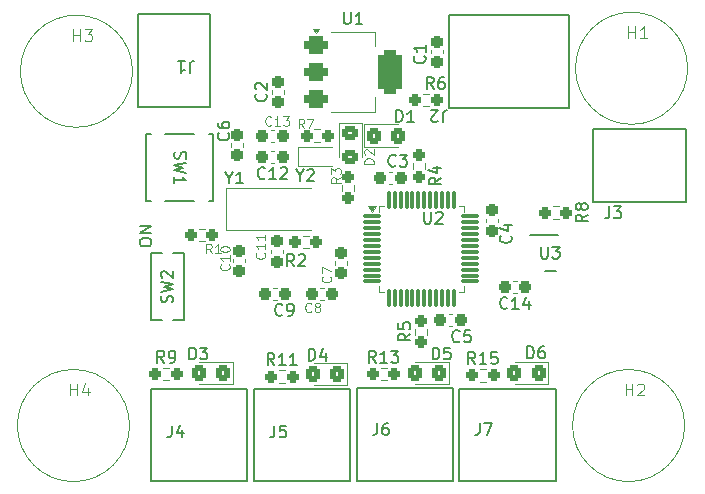
<source format=gbr>
G04 #@! TF.GenerationSoftware,KiCad,Pcbnew,9.0.0*
G04 #@! TF.CreationDate,2025-04-23T00:50:18-04:00*
G04 #@! TF.ProjectId,HallEffectManager,48616c6c-4566-4666-9563-744d616e6167,rev?*
G04 #@! TF.SameCoordinates,Original*
G04 #@! TF.FileFunction,Legend,Top*
G04 #@! TF.FilePolarity,Positive*
%FSLAX46Y46*%
G04 Gerber Fmt 4.6, Leading zero omitted, Abs format (unit mm)*
G04 Created by KiCad (PCBNEW 9.0.0) date 2025-04-23 00:50:18*
%MOMM*%
%LPD*%
G01*
G04 APERTURE LIST*
G04 Aperture macros list*
%AMRoundRect*
0 Rectangle with rounded corners*
0 $1 Rounding radius*
0 $2 $3 $4 $5 $6 $7 $8 $9 X,Y pos of 4 corners*
0 Add a 4 corners polygon primitive as box body*
4,1,4,$2,$3,$4,$5,$6,$7,$8,$9,$2,$3,0*
0 Add four circle primitives for the rounded corners*
1,1,$1+$1,$2,$3*
1,1,$1+$1,$4,$5*
1,1,$1+$1,$6,$7*
1,1,$1+$1,$8,$9*
0 Add four rect primitives between the rounded corners*
20,1,$1+$1,$2,$3,$4,$5,0*
20,1,$1+$1,$4,$5,$6,$7,0*
20,1,$1+$1,$6,$7,$8,$9,0*
20,1,$1+$1,$8,$9,$2,$3,0*%
G04 Aperture macros list end*
%ADD10C,0.100000*%
%ADD11C,0.150000*%
%ADD12C,0.080000*%
%ADD13C,0.120000*%
%ADD14C,0.152400*%
%ADD15C,0.200000*%
%ADD16RoundRect,0.237500X0.250000X0.237500X-0.250000X0.237500X-0.250000X-0.237500X0.250000X-0.237500X0*%
%ADD17RoundRect,0.237500X0.237500X-0.300000X0.237500X0.300000X-0.237500X0.300000X-0.237500X-0.300000X0*%
%ADD18C,5.000000*%
%ADD19C,1.219200*%
%ADD20R,0.711200X1.422400*%
%ADD21RoundRect,0.250000X0.325000X0.450000X-0.325000X0.450000X-0.325000X-0.450000X0.325000X-0.450000X0*%
%ADD22C,1.320800*%
%ADD23R,0.558800X0.952500*%
%ADD24RoundRect,0.250000X-0.450000X0.325000X-0.450000X-0.325000X0.450000X-0.325000X0.450000X0.325000X0*%
%ADD25RoundRect,0.237500X-0.300000X-0.237500X0.300000X-0.237500X0.300000X0.237500X-0.300000X0.237500X0*%
%ADD26RoundRect,0.237500X-0.250000X-0.237500X0.250000X-0.237500X0.250000X0.237500X-0.250000X0.237500X0*%
%ADD27RoundRect,0.237500X-0.237500X0.300000X-0.237500X-0.300000X0.237500X-0.300000X0.237500X0.300000X0*%
%ADD28R,3.500000X2.400000*%
%ADD29RoundRect,0.250000X-0.325000X-0.450000X0.325000X-0.450000X0.325000X0.450000X-0.325000X0.450000X0*%
%ADD30RoundRect,0.237500X0.300000X0.237500X-0.300000X0.237500X-0.300000X-0.237500X0.300000X-0.237500X0*%
%ADD31RoundRect,0.375000X-0.625000X-0.375000X0.625000X-0.375000X0.625000X0.375000X-0.625000X0.375000X0*%
%ADD32RoundRect,0.500000X-0.500000X-1.400000X0.500000X-1.400000X0.500000X1.400000X-0.500000X1.400000X0*%
%ADD33R,1.050000X1.100000*%
%ADD34RoundRect,0.237500X-0.237500X0.250000X-0.237500X-0.250000X0.237500X-0.250000X0.237500X0.250000X0*%
%ADD35R,1.200000X0.449999*%
%ADD36RoundRect,0.075000X-0.662500X-0.075000X0.662500X-0.075000X0.662500X0.075000X-0.662500X0.075000X0*%
%ADD37RoundRect,0.075000X-0.075000X-0.662500X0.075000X-0.662500X0.075000X0.662500X-0.075000X0.662500X0*%
%ADD38C,1.270000*%
%ADD39RoundRect,0.237500X0.237500X-0.250000X0.237500X0.250000X-0.237500X0.250000X-0.237500X-0.250000X0*%
G04 APERTURE END LIST*
D10*
X153266667Y-62564895D02*
X153000000Y-62183942D01*
X152809524Y-62564895D02*
X152809524Y-61764895D01*
X152809524Y-61764895D02*
X153114286Y-61764895D01*
X153114286Y-61764895D02*
X153190476Y-61802990D01*
X153190476Y-61802990D02*
X153228571Y-61841085D01*
X153228571Y-61841085D02*
X153266667Y-61917276D01*
X153266667Y-61917276D02*
X153266667Y-62031561D01*
X153266667Y-62031561D02*
X153228571Y-62107752D01*
X153228571Y-62107752D02*
X153190476Y-62145847D01*
X153190476Y-62145847D02*
X153114286Y-62183942D01*
X153114286Y-62183942D02*
X152809524Y-62183942D01*
X153533333Y-61764895D02*
X154066667Y-61764895D01*
X154066667Y-61764895D02*
X153723809Y-62564895D01*
D11*
X163459580Y-56466666D02*
X163507200Y-56514285D01*
X163507200Y-56514285D02*
X163554819Y-56657142D01*
X163554819Y-56657142D02*
X163554819Y-56752380D01*
X163554819Y-56752380D02*
X163507200Y-56895237D01*
X163507200Y-56895237D02*
X163411961Y-56990475D01*
X163411961Y-56990475D02*
X163316723Y-57038094D01*
X163316723Y-57038094D02*
X163126247Y-57085713D01*
X163126247Y-57085713D02*
X162983390Y-57085713D01*
X162983390Y-57085713D02*
X162792914Y-57038094D01*
X162792914Y-57038094D02*
X162697676Y-56990475D01*
X162697676Y-56990475D02*
X162602438Y-56895237D01*
X162602438Y-56895237D02*
X162554819Y-56752380D01*
X162554819Y-56752380D02*
X162554819Y-56657142D01*
X162554819Y-56657142D02*
X162602438Y-56514285D01*
X162602438Y-56514285D02*
X162650057Y-56466666D01*
X163554819Y-55514285D02*
X163554819Y-56085713D01*
X163554819Y-55799999D02*
X162554819Y-55799999D01*
X162554819Y-55799999D02*
X162697676Y-55895237D01*
X162697676Y-55895237D02*
X162792914Y-55990475D01*
X162792914Y-55990475D02*
X162840533Y-56085713D01*
X150029580Y-59666666D02*
X150077200Y-59714285D01*
X150077200Y-59714285D02*
X150124819Y-59857142D01*
X150124819Y-59857142D02*
X150124819Y-59952380D01*
X150124819Y-59952380D02*
X150077200Y-60095237D01*
X150077200Y-60095237D02*
X149981961Y-60190475D01*
X149981961Y-60190475D02*
X149886723Y-60238094D01*
X149886723Y-60238094D02*
X149696247Y-60285713D01*
X149696247Y-60285713D02*
X149553390Y-60285713D01*
X149553390Y-60285713D02*
X149362914Y-60238094D01*
X149362914Y-60238094D02*
X149267676Y-60190475D01*
X149267676Y-60190475D02*
X149172438Y-60095237D01*
X149172438Y-60095237D02*
X149124819Y-59952380D01*
X149124819Y-59952380D02*
X149124819Y-59857142D01*
X149124819Y-59857142D02*
X149172438Y-59714285D01*
X149172438Y-59714285D02*
X149220057Y-59666666D01*
X149220057Y-59285713D02*
X149172438Y-59238094D01*
X149172438Y-59238094D02*
X149124819Y-59142856D01*
X149124819Y-59142856D02*
X149124819Y-58904761D01*
X149124819Y-58904761D02*
X149172438Y-58809523D01*
X149172438Y-58809523D02*
X149220057Y-58761904D01*
X149220057Y-58761904D02*
X149315295Y-58714285D01*
X149315295Y-58714285D02*
X149410533Y-58714285D01*
X149410533Y-58714285D02*
X149553390Y-58761904D01*
X149553390Y-58761904D02*
X150124819Y-59333332D01*
X150124819Y-59333332D02*
X150124819Y-58714285D01*
D10*
X180488095Y-85207419D02*
X180488095Y-84207419D01*
X180488095Y-84683609D02*
X181059523Y-84683609D01*
X181059523Y-85207419D02*
X181059523Y-84207419D01*
X181488095Y-84302657D02*
X181535714Y-84255038D01*
X181535714Y-84255038D02*
X181630952Y-84207419D01*
X181630952Y-84207419D02*
X181869047Y-84207419D01*
X181869047Y-84207419D02*
X181964285Y-84255038D01*
X181964285Y-84255038D02*
X182011904Y-84302657D01*
X182011904Y-84302657D02*
X182059523Y-84397895D01*
X182059523Y-84397895D02*
X182059523Y-84493133D01*
X182059523Y-84493133D02*
X182011904Y-84635990D01*
X182011904Y-84635990D02*
X181440476Y-85207419D01*
X181440476Y-85207419D02*
X182059523Y-85207419D01*
D11*
X146859580Y-62966666D02*
X146907200Y-63014285D01*
X146907200Y-63014285D02*
X146954819Y-63157142D01*
X146954819Y-63157142D02*
X146954819Y-63252380D01*
X146954819Y-63252380D02*
X146907200Y-63395237D01*
X146907200Y-63395237D02*
X146811961Y-63490475D01*
X146811961Y-63490475D02*
X146716723Y-63538094D01*
X146716723Y-63538094D02*
X146526247Y-63585713D01*
X146526247Y-63585713D02*
X146383390Y-63585713D01*
X146383390Y-63585713D02*
X146192914Y-63538094D01*
X146192914Y-63538094D02*
X146097676Y-63490475D01*
X146097676Y-63490475D02*
X146002438Y-63395237D01*
X146002438Y-63395237D02*
X145954819Y-63252380D01*
X145954819Y-63252380D02*
X145954819Y-63157142D01*
X145954819Y-63157142D02*
X146002438Y-63014285D01*
X146002438Y-63014285D02*
X146050057Y-62966666D01*
X145954819Y-62109523D02*
X145954819Y-62299999D01*
X145954819Y-62299999D02*
X146002438Y-62395237D01*
X146002438Y-62395237D02*
X146050057Y-62442856D01*
X146050057Y-62442856D02*
X146192914Y-62538094D01*
X146192914Y-62538094D02*
X146383390Y-62585713D01*
X146383390Y-62585713D02*
X146764342Y-62585713D01*
X146764342Y-62585713D02*
X146859580Y-62538094D01*
X146859580Y-62538094D02*
X146907200Y-62490475D01*
X146907200Y-62490475D02*
X146954819Y-62395237D01*
X146954819Y-62395237D02*
X146954819Y-62204761D01*
X146954819Y-62204761D02*
X146907200Y-62109523D01*
X146907200Y-62109523D02*
X146859580Y-62061904D01*
X146859580Y-62061904D02*
X146764342Y-62014285D01*
X146764342Y-62014285D02*
X146526247Y-62014285D01*
X146526247Y-62014285D02*
X146431009Y-62061904D01*
X146431009Y-62061904D02*
X146383390Y-62109523D01*
X146383390Y-62109523D02*
X146335771Y-62204761D01*
X146335771Y-62204761D02*
X146335771Y-62395237D01*
X146335771Y-62395237D02*
X146383390Y-62490475D01*
X146383390Y-62490475D02*
X146431009Y-62538094D01*
X146431009Y-62538094D02*
X146526247Y-62585713D01*
X142066667Y-87754819D02*
X142066667Y-88469104D01*
X142066667Y-88469104D02*
X142019048Y-88611961D01*
X142019048Y-88611961D02*
X141923810Y-88707200D01*
X141923810Y-88707200D02*
X141780953Y-88754819D01*
X141780953Y-88754819D02*
X141685715Y-88754819D01*
X142971429Y-88088152D02*
X142971429Y-88754819D01*
X142733334Y-87707200D02*
X142495239Y-88421485D01*
X142495239Y-88421485D02*
X143114286Y-88421485D01*
X142107200Y-77333332D02*
X142154819Y-77190475D01*
X142154819Y-77190475D02*
X142154819Y-76952380D01*
X142154819Y-76952380D02*
X142107200Y-76857142D01*
X142107200Y-76857142D02*
X142059580Y-76809523D01*
X142059580Y-76809523D02*
X141964342Y-76761904D01*
X141964342Y-76761904D02*
X141869104Y-76761904D01*
X141869104Y-76761904D02*
X141773866Y-76809523D01*
X141773866Y-76809523D02*
X141726247Y-76857142D01*
X141726247Y-76857142D02*
X141678628Y-76952380D01*
X141678628Y-76952380D02*
X141631009Y-77142856D01*
X141631009Y-77142856D02*
X141583390Y-77238094D01*
X141583390Y-77238094D02*
X141535771Y-77285713D01*
X141535771Y-77285713D02*
X141440533Y-77333332D01*
X141440533Y-77333332D02*
X141345295Y-77333332D01*
X141345295Y-77333332D02*
X141250057Y-77285713D01*
X141250057Y-77285713D02*
X141202438Y-77238094D01*
X141202438Y-77238094D02*
X141154819Y-77142856D01*
X141154819Y-77142856D02*
X141154819Y-76904761D01*
X141154819Y-76904761D02*
X141202438Y-76761904D01*
X141154819Y-76428570D02*
X142154819Y-76190475D01*
X142154819Y-76190475D02*
X141440533Y-75999999D01*
X141440533Y-75999999D02*
X142154819Y-75809523D01*
X142154819Y-75809523D02*
X141154819Y-75571428D01*
X141250057Y-75238094D02*
X141202438Y-75190475D01*
X141202438Y-75190475D02*
X141154819Y-75095237D01*
X141154819Y-75095237D02*
X141154819Y-74857142D01*
X141154819Y-74857142D02*
X141202438Y-74761904D01*
X141202438Y-74761904D02*
X141250057Y-74714285D01*
X141250057Y-74714285D02*
X141345295Y-74666666D01*
X141345295Y-74666666D02*
X141440533Y-74666666D01*
X141440533Y-74666666D02*
X141583390Y-74714285D01*
X141583390Y-74714285D02*
X142154819Y-75285713D01*
X142154819Y-75285713D02*
X142154819Y-74666666D01*
X139354819Y-72319047D02*
X139354819Y-72128571D01*
X139354819Y-72128571D02*
X139402438Y-72033333D01*
X139402438Y-72033333D02*
X139497676Y-71938095D01*
X139497676Y-71938095D02*
X139688152Y-71890476D01*
X139688152Y-71890476D02*
X140021485Y-71890476D01*
X140021485Y-71890476D02*
X140211961Y-71938095D01*
X140211961Y-71938095D02*
X140307200Y-72033333D01*
X140307200Y-72033333D02*
X140354819Y-72128571D01*
X140354819Y-72128571D02*
X140354819Y-72319047D01*
X140354819Y-72319047D02*
X140307200Y-72414285D01*
X140307200Y-72414285D02*
X140211961Y-72509523D01*
X140211961Y-72509523D02*
X140021485Y-72557142D01*
X140021485Y-72557142D02*
X139688152Y-72557142D01*
X139688152Y-72557142D02*
X139497676Y-72509523D01*
X139497676Y-72509523D02*
X139402438Y-72414285D01*
X139402438Y-72414285D02*
X139354819Y-72319047D01*
X140354819Y-71461904D02*
X139354819Y-71461904D01*
X139354819Y-71461904D02*
X140354819Y-70890476D01*
X140354819Y-70890476D02*
X139354819Y-70890476D01*
X159466667Y-87537419D02*
X159466667Y-88251704D01*
X159466667Y-88251704D02*
X159419048Y-88394561D01*
X159419048Y-88394561D02*
X159323810Y-88489800D01*
X159323810Y-88489800D02*
X159180953Y-88537419D01*
X159180953Y-88537419D02*
X159085715Y-88537419D01*
X160371429Y-87537419D02*
X160180953Y-87537419D01*
X160180953Y-87537419D02*
X160085715Y-87585038D01*
X160085715Y-87585038D02*
X160038096Y-87632657D01*
X160038096Y-87632657D02*
X159942858Y-87775514D01*
X159942858Y-87775514D02*
X159895239Y-87965990D01*
X159895239Y-87965990D02*
X159895239Y-88346942D01*
X159895239Y-88346942D02*
X159942858Y-88442180D01*
X159942858Y-88442180D02*
X159990477Y-88489800D01*
X159990477Y-88489800D02*
X160085715Y-88537419D01*
X160085715Y-88537419D02*
X160276191Y-88537419D01*
X160276191Y-88537419D02*
X160371429Y-88489800D01*
X160371429Y-88489800D02*
X160419048Y-88442180D01*
X160419048Y-88442180D02*
X160466667Y-88346942D01*
X160466667Y-88346942D02*
X160466667Y-88108847D01*
X160466667Y-88108847D02*
X160419048Y-88013609D01*
X160419048Y-88013609D02*
X160371429Y-87965990D01*
X160371429Y-87965990D02*
X160276191Y-87918371D01*
X160276191Y-87918371D02*
X160085715Y-87918371D01*
X160085715Y-87918371D02*
X159990477Y-87965990D01*
X159990477Y-87965990D02*
X159942858Y-88013609D01*
X159942858Y-88013609D02*
X159895239Y-88108847D01*
D10*
X133738095Y-55207419D02*
X133738095Y-54207419D01*
X133738095Y-54683609D02*
X134309523Y-54683609D01*
X134309523Y-55207419D02*
X134309523Y-54207419D01*
X134690476Y-54207419D02*
X135309523Y-54207419D01*
X135309523Y-54207419D02*
X134976190Y-54588371D01*
X134976190Y-54588371D02*
X135119047Y-54588371D01*
X135119047Y-54588371D02*
X135214285Y-54635990D01*
X135214285Y-54635990D02*
X135261904Y-54683609D01*
X135261904Y-54683609D02*
X135309523Y-54778847D01*
X135309523Y-54778847D02*
X135309523Y-55016942D01*
X135309523Y-55016942D02*
X135261904Y-55112180D01*
X135261904Y-55112180D02*
X135214285Y-55159800D01*
X135214285Y-55159800D02*
X135119047Y-55207419D01*
X135119047Y-55207419D02*
X134833333Y-55207419D01*
X134833333Y-55207419D02*
X134738095Y-55159800D01*
X134738095Y-55159800D02*
X134690476Y-55112180D01*
D11*
X168166666Y-87554819D02*
X168166666Y-88269104D01*
X168166666Y-88269104D02*
X168119047Y-88411961D01*
X168119047Y-88411961D02*
X168023809Y-88507200D01*
X168023809Y-88507200D02*
X167880952Y-88554819D01*
X167880952Y-88554819D02*
X167785714Y-88554819D01*
X168547619Y-87554819D02*
X169214285Y-87554819D01*
X169214285Y-87554819D02*
X168785714Y-88554819D01*
X172161905Y-82054819D02*
X172161905Y-81054819D01*
X172161905Y-81054819D02*
X172400000Y-81054819D01*
X172400000Y-81054819D02*
X172542857Y-81102438D01*
X172542857Y-81102438D02*
X172638095Y-81197676D01*
X172638095Y-81197676D02*
X172685714Y-81292914D01*
X172685714Y-81292914D02*
X172733333Y-81483390D01*
X172733333Y-81483390D02*
X172733333Y-81626247D01*
X172733333Y-81626247D02*
X172685714Y-81816723D01*
X172685714Y-81816723D02*
X172638095Y-81911961D01*
X172638095Y-81911961D02*
X172542857Y-82007200D01*
X172542857Y-82007200D02*
X172400000Y-82054819D01*
X172400000Y-82054819D02*
X172161905Y-82054819D01*
X173590476Y-81054819D02*
X173400000Y-81054819D01*
X173400000Y-81054819D02*
X173304762Y-81102438D01*
X173304762Y-81102438D02*
X173257143Y-81150057D01*
X173257143Y-81150057D02*
X173161905Y-81292914D01*
X173161905Y-81292914D02*
X173114286Y-81483390D01*
X173114286Y-81483390D02*
X173114286Y-81864342D01*
X173114286Y-81864342D02*
X173161905Y-81959580D01*
X173161905Y-81959580D02*
X173209524Y-82007200D01*
X173209524Y-82007200D02*
X173304762Y-82054819D01*
X173304762Y-82054819D02*
X173495238Y-82054819D01*
X173495238Y-82054819D02*
X173590476Y-82007200D01*
X173590476Y-82007200D02*
X173638095Y-81959580D01*
X173638095Y-81959580D02*
X173685714Y-81864342D01*
X173685714Y-81864342D02*
X173685714Y-81626247D01*
X173685714Y-81626247D02*
X173638095Y-81531009D01*
X173638095Y-81531009D02*
X173590476Y-81483390D01*
X173590476Y-81483390D02*
X173495238Y-81435771D01*
X173495238Y-81435771D02*
X173304762Y-81435771D01*
X173304762Y-81435771D02*
X173209524Y-81483390D01*
X173209524Y-81483390D02*
X173161905Y-81531009D01*
X173161905Y-81531009D02*
X173114286Y-81626247D01*
X179116666Y-69204818D02*
X179116666Y-69919103D01*
X179116666Y-69919103D02*
X179069047Y-70061960D01*
X179069047Y-70061960D02*
X178973809Y-70157199D01*
X178973809Y-70157199D02*
X178830952Y-70204818D01*
X178830952Y-70204818D02*
X178735714Y-70204818D01*
X179497619Y-69204818D02*
X180116666Y-69204818D01*
X180116666Y-69204818D02*
X179783333Y-69585770D01*
X179783333Y-69585770D02*
X179926190Y-69585770D01*
X179926190Y-69585770D02*
X180021428Y-69633389D01*
X180021428Y-69633389D02*
X180069047Y-69681008D01*
X180069047Y-69681008D02*
X180116666Y-69776246D01*
X180116666Y-69776246D02*
X180116666Y-70014341D01*
X180116666Y-70014341D02*
X180069047Y-70109579D01*
X180069047Y-70109579D02*
X180021428Y-70157199D01*
X180021428Y-70157199D02*
X179926190Y-70204818D01*
X179926190Y-70204818D02*
X179640476Y-70204818D01*
X179640476Y-70204818D02*
X179545238Y-70157199D01*
X179545238Y-70157199D02*
X179497619Y-70109579D01*
X142338600Y-64585317D02*
X142290980Y-64728174D01*
X142290980Y-64728174D02*
X142290980Y-64966269D01*
X142290980Y-64966269D02*
X142338600Y-65061507D01*
X142338600Y-65061507D02*
X142386219Y-65109126D01*
X142386219Y-65109126D02*
X142481457Y-65156745D01*
X142481457Y-65156745D02*
X142576695Y-65156745D01*
X142576695Y-65156745D02*
X142671933Y-65109126D01*
X142671933Y-65109126D02*
X142719552Y-65061507D01*
X142719552Y-65061507D02*
X142767171Y-64966269D01*
X142767171Y-64966269D02*
X142814790Y-64775793D01*
X142814790Y-64775793D02*
X142862409Y-64680555D01*
X142862409Y-64680555D02*
X142910028Y-64632936D01*
X142910028Y-64632936D02*
X143005266Y-64585317D01*
X143005266Y-64585317D02*
X143100504Y-64585317D01*
X143100504Y-64585317D02*
X143195742Y-64632936D01*
X143195742Y-64632936D02*
X143243361Y-64680555D01*
X143243361Y-64680555D02*
X143290980Y-64775793D01*
X143290980Y-64775793D02*
X143290980Y-65013888D01*
X143290980Y-65013888D02*
X143243361Y-65156745D01*
X143290980Y-65490079D02*
X142290980Y-65728174D01*
X142290980Y-65728174D02*
X143005266Y-65918650D01*
X143005266Y-65918650D02*
X142290980Y-66109126D01*
X142290980Y-66109126D02*
X143290980Y-66347222D01*
X142290980Y-67251983D02*
X142290980Y-66680555D01*
X142290980Y-66966269D02*
X143290980Y-66966269D01*
X143290980Y-66966269D02*
X143148123Y-66871031D01*
X143148123Y-66871031D02*
X143052885Y-66775793D01*
X143052885Y-66775793D02*
X143005266Y-66680555D01*
X143588233Y-57895180D02*
X143588233Y-57180895D01*
X143588233Y-57180895D02*
X143635852Y-57038038D01*
X143635852Y-57038038D02*
X143731090Y-56942800D01*
X143731090Y-56942800D02*
X143873947Y-56895180D01*
X143873947Y-56895180D02*
X143969185Y-56895180D01*
X142588233Y-56895180D02*
X143159661Y-56895180D01*
X142873947Y-56895180D02*
X142873947Y-57895180D01*
X142873947Y-57895180D02*
X142969185Y-57752323D01*
X142969185Y-57752323D02*
X143064423Y-57657085D01*
X143064423Y-57657085D02*
X143159661Y-57609466D01*
X164161905Y-82154819D02*
X164161905Y-81154819D01*
X164161905Y-81154819D02*
X164400000Y-81154819D01*
X164400000Y-81154819D02*
X164542857Y-81202438D01*
X164542857Y-81202438D02*
X164638095Y-81297676D01*
X164638095Y-81297676D02*
X164685714Y-81392914D01*
X164685714Y-81392914D02*
X164733333Y-81583390D01*
X164733333Y-81583390D02*
X164733333Y-81726247D01*
X164733333Y-81726247D02*
X164685714Y-81916723D01*
X164685714Y-81916723D02*
X164638095Y-82011961D01*
X164638095Y-82011961D02*
X164542857Y-82107200D01*
X164542857Y-82107200D02*
X164400000Y-82154819D01*
X164400000Y-82154819D02*
X164161905Y-82154819D01*
X165638095Y-81154819D02*
X165161905Y-81154819D01*
X165161905Y-81154819D02*
X165114286Y-81631009D01*
X165114286Y-81631009D02*
X165161905Y-81583390D01*
X165161905Y-81583390D02*
X165257143Y-81535771D01*
X165257143Y-81535771D02*
X165495238Y-81535771D01*
X165495238Y-81535771D02*
X165590476Y-81583390D01*
X165590476Y-81583390D02*
X165638095Y-81631009D01*
X165638095Y-81631009D02*
X165685714Y-81726247D01*
X165685714Y-81726247D02*
X165685714Y-81964342D01*
X165685714Y-81964342D02*
X165638095Y-82059580D01*
X165638095Y-82059580D02*
X165590476Y-82107200D01*
X165590476Y-82107200D02*
X165495238Y-82154819D01*
X165495238Y-82154819D02*
X165257143Y-82154819D01*
X165257143Y-82154819D02*
X165161905Y-82107200D01*
X165161905Y-82107200D02*
X165114286Y-82059580D01*
D10*
X159164895Y-65590475D02*
X158364895Y-65590475D01*
X158364895Y-65590475D02*
X158364895Y-65399999D01*
X158364895Y-65399999D02*
X158402990Y-65285713D01*
X158402990Y-65285713D02*
X158479180Y-65209523D01*
X158479180Y-65209523D02*
X158555371Y-65171428D01*
X158555371Y-65171428D02*
X158707752Y-65133332D01*
X158707752Y-65133332D02*
X158822038Y-65133332D01*
X158822038Y-65133332D02*
X158974419Y-65171428D01*
X158974419Y-65171428D02*
X159050609Y-65209523D01*
X159050609Y-65209523D02*
X159126800Y-65285713D01*
X159126800Y-65285713D02*
X159164895Y-65399999D01*
X159164895Y-65399999D02*
X159164895Y-65590475D01*
X158441085Y-64828571D02*
X158402990Y-64790475D01*
X158402990Y-64790475D02*
X158364895Y-64714285D01*
X158364895Y-64714285D02*
X158364895Y-64523809D01*
X158364895Y-64523809D02*
X158402990Y-64447618D01*
X158402990Y-64447618D02*
X158441085Y-64409523D01*
X158441085Y-64409523D02*
X158517276Y-64371428D01*
X158517276Y-64371428D02*
X158593466Y-64371428D01*
X158593466Y-64371428D02*
X158707752Y-64409523D01*
X158707752Y-64409523D02*
X159164895Y-64866666D01*
X159164895Y-64866666D02*
X159164895Y-64371428D01*
D11*
X161033333Y-65729580D02*
X160985714Y-65777200D01*
X160985714Y-65777200D02*
X160842857Y-65824819D01*
X160842857Y-65824819D02*
X160747619Y-65824819D01*
X160747619Y-65824819D02*
X160604762Y-65777200D01*
X160604762Y-65777200D02*
X160509524Y-65681961D01*
X160509524Y-65681961D02*
X160461905Y-65586723D01*
X160461905Y-65586723D02*
X160414286Y-65396247D01*
X160414286Y-65396247D02*
X160414286Y-65253390D01*
X160414286Y-65253390D02*
X160461905Y-65062914D01*
X160461905Y-65062914D02*
X160509524Y-64967676D01*
X160509524Y-64967676D02*
X160604762Y-64872438D01*
X160604762Y-64872438D02*
X160747619Y-64824819D01*
X160747619Y-64824819D02*
X160842857Y-64824819D01*
X160842857Y-64824819D02*
X160985714Y-64872438D01*
X160985714Y-64872438D02*
X161033333Y-64920057D01*
X161366667Y-64824819D02*
X161985714Y-64824819D01*
X161985714Y-64824819D02*
X161652381Y-65205771D01*
X161652381Y-65205771D02*
X161795238Y-65205771D01*
X161795238Y-65205771D02*
X161890476Y-65253390D01*
X161890476Y-65253390D02*
X161938095Y-65301009D01*
X161938095Y-65301009D02*
X161985714Y-65396247D01*
X161985714Y-65396247D02*
X161985714Y-65634342D01*
X161985714Y-65634342D02*
X161938095Y-65729580D01*
X161938095Y-65729580D02*
X161890476Y-65777200D01*
X161890476Y-65777200D02*
X161795238Y-65824819D01*
X161795238Y-65824819D02*
X161509524Y-65824819D01*
X161509524Y-65824819D02*
X161414286Y-65777200D01*
X161414286Y-65777200D02*
X161366667Y-65729580D01*
X177277319Y-69886666D02*
X176801128Y-70219999D01*
X177277319Y-70458094D02*
X176277319Y-70458094D01*
X176277319Y-70458094D02*
X176277319Y-70077142D01*
X176277319Y-70077142D02*
X176324938Y-69981904D01*
X176324938Y-69981904D02*
X176372557Y-69934285D01*
X176372557Y-69934285D02*
X176467795Y-69886666D01*
X176467795Y-69886666D02*
X176610652Y-69886666D01*
X176610652Y-69886666D02*
X176705890Y-69934285D01*
X176705890Y-69934285D02*
X176753509Y-69981904D01*
X176753509Y-69981904D02*
X176801128Y-70077142D01*
X176801128Y-70077142D02*
X176801128Y-70458094D01*
X176705890Y-69315237D02*
X176658271Y-69410475D01*
X176658271Y-69410475D02*
X176610652Y-69458094D01*
X176610652Y-69458094D02*
X176515414Y-69505713D01*
X176515414Y-69505713D02*
X176467795Y-69505713D01*
X176467795Y-69505713D02*
X176372557Y-69458094D01*
X176372557Y-69458094D02*
X176324938Y-69410475D01*
X176324938Y-69410475D02*
X176277319Y-69315237D01*
X176277319Y-69315237D02*
X176277319Y-69124761D01*
X176277319Y-69124761D02*
X176324938Y-69029523D01*
X176324938Y-69029523D02*
X176372557Y-68981904D01*
X176372557Y-68981904D02*
X176467795Y-68934285D01*
X176467795Y-68934285D02*
X176515414Y-68934285D01*
X176515414Y-68934285D02*
X176610652Y-68981904D01*
X176610652Y-68981904D02*
X176658271Y-69029523D01*
X176658271Y-69029523D02*
X176705890Y-69124761D01*
X176705890Y-69124761D02*
X176705890Y-69315237D01*
X176705890Y-69315237D02*
X176753509Y-69410475D01*
X176753509Y-69410475D02*
X176801128Y-69458094D01*
X176801128Y-69458094D02*
X176896366Y-69505713D01*
X176896366Y-69505713D02*
X177086842Y-69505713D01*
X177086842Y-69505713D02*
X177182080Y-69458094D01*
X177182080Y-69458094D02*
X177229700Y-69410475D01*
X177229700Y-69410475D02*
X177277319Y-69315237D01*
X177277319Y-69315237D02*
X177277319Y-69124761D01*
X177277319Y-69124761D02*
X177229700Y-69029523D01*
X177229700Y-69029523D02*
X177182080Y-68981904D01*
X177182080Y-68981904D02*
X177086842Y-68934285D01*
X177086842Y-68934285D02*
X176896366Y-68934285D01*
X176896366Y-68934285D02*
X176801128Y-68981904D01*
X176801128Y-68981904D02*
X176753509Y-69029523D01*
X176753509Y-69029523D02*
X176705890Y-69124761D01*
D10*
X149888704Y-73114285D02*
X149926800Y-73152381D01*
X149926800Y-73152381D02*
X149964895Y-73266666D01*
X149964895Y-73266666D02*
X149964895Y-73342857D01*
X149964895Y-73342857D02*
X149926800Y-73457143D01*
X149926800Y-73457143D02*
X149850609Y-73533333D01*
X149850609Y-73533333D02*
X149774419Y-73571428D01*
X149774419Y-73571428D02*
X149622038Y-73609524D01*
X149622038Y-73609524D02*
X149507752Y-73609524D01*
X149507752Y-73609524D02*
X149355371Y-73571428D01*
X149355371Y-73571428D02*
X149279180Y-73533333D01*
X149279180Y-73533333D02*
X149202990Y-73457143D01*
X149202990Y-73457143D02*
X149164895Y-73342857D01*
X149164895Y-73342857D02*
X149164895Y-73266666D01*
X149164895Y-73266666D02*
X149202990Y-73152381D01*
X149202990Y-73152381D02*
X149241085Y-73114285D01*
X149964895Y-72352381D02*
X149964895Y-72809524D01*
X149964895Y-72580952D02*
X149164895Y-72580952D01*
X149164895Y-72580952D02*
X149279180Y-72657143D01*
X149279180Y-72657143D02*
X149355371Y-72733333D01*
X149355371Y-72733333D02*
X149393466Y-72809524D01*
X149964895Y-71590476D02*
X149964895Y-72047619D01*
X149964895Y-71819047D02*
X149164895Y-71819047D01*
X149164895Y-71819047D02*
X149279180Y-71895238D01*
X149279180Y-71895238D02*
X149355371Y-71971428D01*
X149355371Y-71971428D02*
X149393466Y-72047619D01*
D11*
X146923809Y-66778628D02*
X146923809Y-67254819D01*
X146590476Y-66254819D02*
X146923809Y-66778628D01*
X146923809Y-66778628D02*
X147257142Y-66254819D01*
X148114285Y-67254819D02*
X147542857Y-67254819D01*
X147828571Y-67254819D02*
X147828571Y-66254819D01*
X147828571Y-66254819D02*
X147733333Y-66397676D01*
X147733333Y-66397676D02*
X147638095Y-66492914D01*
X147638095Y-66492914D02*
X147542857Y-66540533D01*
X161061905Y-62054819D02*
X161061905Y-61054819D01*
X161061905Y-61054819D02*
X161300000Y-61054819D01*
X161300000Y-61054819D02*
X161442857Y-61102438D01*
X161442857Y-61102438D02*
X161538095Y-61197676D01*
X161538095Y-61197676D02*
X161585714Y-61292914D01*
X161585714Y-61292914D02*
X161633333Y-61483390D01*
X161633333Y-61483390D02*
X161633333Y-61626247D01*
X161633333Y-61626247D02*
X161585714Y-61816723D01*
X161585714Y-61816723D02*
X161538095Y-61911961D01*
X161538095Y-61911961D02*
X161442857Y-62007200D01*
X161442857Y-62007200D02*
X161300000Y-62054819D01*
X161300000Y-62054819D02*
X161061905Y-62054819D01*
X162585714Y-62054819D02*
X162014286Y-62054819D01*
X162300000Y-62054819D02*
X162300000Y-61054819D01*
X162300000Y-61054819D02*
X162204762Y-61197676D01*
X162204762Y-61197676D02*
X162109524Y-61292914D01*
X162109524Y-61292914D02*
X162014286Y-61340533D01*
X170494642Y-77789580D02*
X170447023Y-77837200D01*
X170447023Y-77837200D02*
X170304166Y-77884819D01*
X170304166Y-77884819D02*
X170208928Y-77884819D01*
X170208928Y-77884819D02*
X170066071Y-77837200D01*
X170066071Y-77837200D02*
X169970833Y-77741961D01*
X169970833Y-77741961D02*
X169923214Y-77646723D01*
X169923214Y-77646723D02*
X169875595Y-77456247D01*
X169875595Y-77456247D02*
X169875595Y-77313390D01*
X169875595Y-77313390D02*
X169923214Y-77122914D01*
X169923214Y-77122914D02*
X169970833Y-77027676D01*
X169970833Y-77027676D02*
X170066071Y-76932438D01*
X170066071Y-76932438D02*
X170208928Y-76884819D01*
X170208928Y-76884819D02*
X170304166Y-76884819D01*
X170304166Y-76884819D02*
X170447023Y-76932438D01*
X170447023Y-76932438D02*
X170494642Y-76980057D01*
X171447023Y-77884819D02*
X170875595Y-77884819D01*
X171161309Y-77884819D02*
X171161309Y-76884819D01*
X171161309Y-76884819D02*
X171066071Y-77027676D01*
X171066071Y-77027676D02*
X170970833Y-77122914D01*
X170970833Y-77122914D02*
X170875595Y-77170533D01*
X172304166Y-77218152D02*
X172304166Y-77884819D01*
X172066071Y-76837200D02*
X171827976Y-77551485D01*
X171827976Y-77551485D02*
X172447023Y-77551485D01*
D10*
X145466667Y-73164895D02*
X145200000Y-72783942D01*
X145009524Y-73164895D02*
X145009524Y-72364895D01*
X145009524Y-72364895D02*
X145314286Y-72364895D01*
X145314286Y-72364895D02*
X145390476Y-72402990D01*
X145390476Y-72402990D02*
X145428571Y-72441085D01*
X145428571Y-72441085D02*
X145466667Y-72517276D01*
X145466667Y-72517276D02*
X145466667Y-72631561D01*
X145466667Y-72631561D02*
X145428571Y-72707752D01*
X145428571Y-72707752D02*
X145390476Y-72745847D01*
X145390476Y-72745847D02*
X145314286Y-72783942D01*
X145314286Y-72783942D02*
X145009524Y-72783942D01*
X146228571Y-73164895D02*
X145771428Y-73164895D01*
X146000000Y-73164895D02*
X146000000Y-72364895D01*
X146000000Y-72364895D02*
X145923809Y-72479180D01*
X145923809Y-72479180D02*
X145847619Y-72555371D01*
X145847619Y-72555371D02*
X145771428Y-72593466D01*
D11*
X156638095Y-52754819D02*
X156638095Y-53564342D01*
X156638095Y-53564342D02*
X156685714Y-53659580D01*
X156685714Y-53659580D02*
X156733333Y-53707200D01*
X156733333Y-53707200D02*
X156828571Y-53754819D01*
X156828571Y-53754819D02*
X157019047Y-53754819D01*
X157019047Y-53754819D02*
X157114285Y-53707200D01*
X157114285Y-53707200D02*
X157161904Y-53659580D01*
X157161904Y-53659580D02*
X157209523Y-53564342D01*
X157209523Y-53564342D02*
X157209523Y-52754819D01*
X158209523Y-53754819D02*
X157638095Y-53754819D01*
X157923809Y-53754819D02*
X157923809Y-52754819D01*
X157923809Y-52754819D02*
X157828571Y-52897676D01*
X157828571Y-52897676D02*
X157733333Y-52992914D01*
X157733333Y-52992914D02*
X157638095Y-53040533D01*
D10*
X155488704Y-75133332D02*
X155526800Y-75171428D01*
X155526800Y-75171428D02*
X155564895Y-75285713D01*
X155564895Y-75285713D02*
X155564895Y-75361904D01*
X155564895Y-75361904D02*
X155526800Y-75476190D01*
X155526800Y-75476190D02*
X155450609Y-75552380D01*
X155450609Y-75552380D02*
X155374419Y-75590475D01*
X155374419Y-75590475D02*
X155222038Y-75628571D01*
X155222038Y-75628571D02*
X155107752Y-75628571D01*
X155107752Y-75628571D02*
X154955371Y-75590475D01*
X154955371Y-75590475D02*
X154879180Y-75552380D01*
X154879180Y-75552380D02*
X154802990Y-75476190D01*
X154802990Y-75476190D02*
X154764895Y-75361904D01*
X154764895Y-75361904D02*
X154764895Y-75285713D01*
X154764895Y-75285713D02*
X154802990Y-75171428D01*
X154802990Y-75171428D02*
X154841085Y-75133332D01*
X154764895Y-74866666D02*
X154764895Y-74333332D01*
X154764895Y-74333332D02*
X155564895Y-74676190D01*
X180738095Y-54957419D02*
X180738095Y-53957419D01*
X180738095Y-54433609D02*
X181309523Y-54433609D01*
X181309523Y-54957419D02*
X181309523Y-53957419D01*
X182309523Y-54957419D02*
X181738095Y-54957419D01*
X182023809Y-54957419D02*
X182023809Y-53957419D01*
X182023809Y-53957419D02*
X181928571Y-54100276D01*
X181928571Y-54100276D02*
X181833333Y-54195514D01*
X181833333Y-54195514D02*
X181738095Y-54243133D01*
D11*
X159357142Y-82424819D02*
X159023809Y-81948628D01*
X158785714Y-82424819D02*
X158785714Y-81424819D01*
X158785714Y-81424819D02*
X159166666Y-81424819D01*
X159166666Y-81424819D02*
X159261904Y-81472438D01*
X159261904Y-81472438D02*
X159309523Y-81520057D01*
X159309523Y-81520057D02*
X159357142Y-81615295D01*
X159357142Y-81615295D02*
X159357142Y-81758152D01*
X159357142Y-81758152D02*
X159309523Y-81853390D01*
X159309523Y-81853390D02*
X159261904Y-81901009D01*
X159261904Y-81901009D02*
X159166666Y-81948628D01*
X159166666Y-81948628D02*
X158785714Y-81948628D01*
X160309523Y-82424819D02*
X159738095Y-82424819D01*
X160023809Y-82424819D02*
X160023809Y-81424819D01*
X160023809Y-81424819D02*
X159928571Y-81567676D01*
X159928571Y-81567676D02*
X159833333Y-81662914D01*
X159833333Y-81662914D02*
X159738095Y-81710533D01*
X160642857Y-81424819D02*
X161261904Y-81424819D01*
X161261904Y-81424819D02*
X160928571Y-81805771D01*
X160928571Y-81805771D02*
X161071428Y-81805771D01*
X161071428Y-81805771D02*
X161166666Y-81853390D01*
X161166666Y-81853390D02*
X161214285Y-81901009D01*
X161214285Y-81901009D02*
X161261904Y-81996247D01*
X161261904Y-81996247D02*
X161261904Y-82234342D01*
X161261904Y-82234342D02*
X161214285Y-82329580D01*
X161214285Y-82329580D02*
X161166666Y-82377200D01*
X161166666Y-82377200D02*
X161071428Y-82424819D01*
X161071428Y-82424819D02*
X160785714Y-82424819D01*
X160785714Y-82424819D02*
X160690476Y-82377200D01*
X160690476Y-82377200D02*
X160642857Y-82329580D01*
X153661905Y-82254819D02*
X153661905Y-81254819D01*
X153661905Y-81254819D02*
X153900000Y-81254819D01*
X153900000Y-81254819D02*
X154042857Y-81302438D01*
X154042857Y-81302438D02*
X154138095Y-81397676D01*
X154138095Y-81397676D02*
X154185714Y-81492914D01*
X154185714Y-81492914D02*
X154233333Y-81683390D01*
X154233333Y-81683390D02*
X154233333Y-81826247D01*
X154233333Y-81826247D02*
X154185714Y-82016723D01*
X154185714Y-82016723D02*
X154138095Y-82111961D01*
X154138095Y-82111961D02*
X154042857Y-82207200D01*
X154042857Y-82207200D02*
X153900000Y-82254819D01*
X153900000Y-82254819D02*
X153661905Y-82254819D01*
X155090476Y-81588152D02*
X155090476Y-82254819D01*
X154852381Y-81207200D02*
X154614286Y-81921485D01*
X154614286Y-81921485D02*
X155233333Y-81921485D01*
X141433333Y-82424819D02*
X141100000Y-81948628D01*
X140861905Y-82424819D02*
X140861905Y-81424819D01*
X140861905Y-81424819D02*
X141242857Y-81424819D01*
X141242857Y-81424819D02*
X141338095Y-81472438D01*
X141338095Y-81472438D02*
X141385714Y-81520057D01*
X141385714Y-81520057D02*
X141433333Y-81615295D01*
X141433333Y-81615295D02*
X141433333Y-81758152D01*
X141433333Y-81758152D02*
X141385714Y-81853390D01*
X141385714Y-81853390D02*
X141338095Y-81901009D01*
X141338095Y-81901009D02*
X141242857Y-81948628D01*
X141242857Y-81948628D02*
X140861905Y-81948628D01*
X141909524Y-82424819D02*
X142100000Y-82424819D01*
X142100000Y-82424819D02*
X142195238Y-82377200D01*
X142195238Y-82377200D02*
X142242857Y-82329580D01*
X142242857Y-82329580D02*
X142338095Y-82186723D01*
X142338095Y-82186723D02*
X142385714Y-81996247D01*
X142385714Y-81996247D02*
X142385714Y-81615295D01*
X142385714Y-81615295D02*
X142338095Y-81520057D01*
X142338095Y-81520057D02*
X142290476Y-81472438D01*
X142290476Y-81472438D02*
X142195238Y-81424819D01*
X142195238Y-81424819D02*
X142004762Y-81424819D01*
X142004762Y-81424819D02*
X141909524Y-81472438D01*
X141909524Y-81472438D02*
X141861905Y-81520057D01*
X141861905Y-81520057D02*
X141814286Y-81615295D01*
X141814286Y-81615295D02*
X141814286Y-81853390D01*
X141814286Y-81853390D02*
X141861905Y-81948628D01*
X141861905Y-81948628D02*
X141909524Y-81996247D01*
X141909524Y-81996247D02*
X142004762Y-82043866D01*
X142004762Y-82043866D02*
X142195238Y-82043866D01*
X142195238Y-82043866D02*
X142290476Y-81996247D01*
X142290476Y-81996247D02*
X142338095Y-81948628D01*
X142338095Y-81948628D02*
X142385714Y-81853390D01*
D10*
X133488095Y-85207419D02*
X133488095Y-84207419D01*
X133488095Y-84683609D02*
X134059523Y-84683609D01*
X134059523Y-85207419D02*
X134059523Y-84207419D01*
X134964285Y-84540752D02*
X134964285Y-85207419D01*
X134726190Y-84159800D02*
X134488095Y-84874085D01*
X134488095Y-84874085D02*
X135107142Y-84874085D01*
D11*
X150757142Y-82624819D02*
X150423809Y-82148628D01*
X150185714Y-82624819D02*
X150185714Y-81624819D01*
X150185714Y-81624819D02*
X150566666Y-81624819D01*
X150566666Y-81624819D02*
X150661904Y-81672438D01*
X150661904Y-81672438D02*
X150709523Y-81720057D01*
X150709523Y-81720057D02*
X150757142Y-81815295D01*
X150757142Y-81815295D02*
X150757142Y-81958152D01*
X150757142Y-81958152D02*
X150709523Y-82053390D01*
X150709523Y-82053390D02*
X150661904Y-82101009D01*
X150661904Y-82101009D02*
X150566666Y-82148628D01*
X150566666Y-82148628D02*
X150185714Y-82148628D01*
X151709523Y-82624819D02*
X151138095Y-82624819D01*
X151423809Y-82624819D02*
X151423809Y-81624819D01*
X151423809Y-81624819D02*
X151328571Y-81767676D01*
X151328571Y-81767676D02*
X151233333Y-81862914D01*
X151233333Y-81862914D02*
X151138095Y-81910533D01*
X152661904Y-82624819D02*
X152090476Y-82624819D01*
X152376190Y-82624819D02*
X152376190Y-81624819D01*
X152376190Y-81624819D02*
X152280952Y-81767676D01*
X152280952Y-81767676D02*
X152185714Y-81862914D01*
X152185714Y-81862914D02*
X152090476Y-81910533D01*
X170759580Y-71666666D02*
X170807200Y-71714285D01*
X170807200Y-71714285D02*
X170854819Y-71857142D01*
X170854819Y-71857142D02*
X170854819Y-71952380D01*
X170854819Y-71952380D02*
X170807200Y-72095237D01*
X170807200Y-72095237D02*
X170711961Y-72190475D01*
X170711961Y-72190475D02*
X170616723Y-72238094D01*
X170616723Y-72238094D02*
X170426247Y-72285713D01*
X170426247Y-72285713D02*
X170283390Y-72285713D01*
X170283390Y-72285713D02*
X170092914Y-72238094D01*
X170092914Y-72238094D02*
X169997676Y-72190475D01*
X169997676Y-72190475D02*
X169902438Y-72095237D01*
X169902438Y-72095237D02*
X169854819Y-71952380D01*
X169854819Y-71952380D02*
X169854819Y-71857142D01*
X169854819Y-71857142D02*
X169902438Y-71714285D01*
X169902438Y-71714285D02*
X169950057Y-71666666D01*
X170188152Y-70809523D02*
X170854819Y-70809523D01*
X169807200Y-71047618D02*
X170521485Y-71285713D01*
X170521485Y-71285713D02*
X170521485Y-70666666D01*
X152923809Y-66578628D02*
X152923809Y-67054819D01*
X152590476Y-66054819D02*
X152923809Y-66578628D01*
X152923809Y-66578628D02*
X153257142Y-66054819D01*
X153542857Y-66150057D02*
X153590476Y-66102438D01*
X153590476Y-66102438D02*
X153685714Y-66054819D01*
X153685714Y-66054819D02*
X153923809Y-66054819D01*
X153923809Y-66054819D02*
X154019047Y-66102438D01*
X154019047Y-66102438D02*
X154066666Y-66150057D01*
X154066666Y-66150057D02*
X154114285Y-66245295D01*
X154114285Y-66245295D02*
X154114285Y-66340533D01*
X154114285Y-66340533D02*
X154066666Y-66483390D01*
X154066666Y-66483390D02*
X153495238Y-67054819D01*
X153495238Y-67054819D02*
X154114285Y-67054819D01*
X152433333Y-74254819D02*
X152100000Y-73778628D01*
X151861905Y-74254819D02*
X151861905Y-73254819D01*
X151861905Y-73254819D02*
X152242857Y-73254819D01*
X152242857Y-73254819D02*
X152338095Y-73302438D01*
X152338095Y-73302438D02*
X152385714Y-73350057D01*
X152385714Y-73350057D02*
X152433333Y-73445295D01*
X152433333Y-73445295D02*
X152433333Y-73588152D01*
X152433333Y-73588152D02*
X152385714Y-73683390D01*
X152385714Y-73683390D02*
X152338095Y-73731009D01*
X152338095Y-73731009D02*
X152242857Y-73778628D01*
X152242857Y-73778628D02*
X151861905Y-73778628D01*
X152814286Y-73350057D02*
X152861905Y-73302438D01*
X152861905Y-73302438D02*
X152957143Y-73254819D01*
X152957143Y-73254819D02*
X153195238Y-73254819D01*
X153195238Y-73254819D02*
X153290476Y-73302438D01*
X153290476Y-73302438D02*
X153338095Y-73350057D01*
X153338095Y-73350057D02*
X153385714Y-73445295D01*
X153385714Y-73445295D02*
X153385714Y-73540533D01*
X153385714Y-73540533D02*
X153338095Y-73683390D01*
X153338095Y-73683390D02*
X152766667Y-74254819D01*
X152766667Y-74254819D02*
X153385714Y-74254819D01*
D10*
X150485714Y-62288704D02*
X150447618Y-62326800D01*
X150447618Y-62326800D02*
X150333333Y-62364895D01*
X150333333Y-62364895D02*
X150257142Y-62364895D01*
X150257142Y-62364895D02*
X150142856Y-62326800D01*
X150142856Y-62326800D02*
X150066666Y-62250609D01*
X150066666Y-62250609D02*
X150028571Y-62174419D01*
X150028571Y-62174419D02*
X149990475Y-62022038D01*
X149990475Y-62022038D02*
X149990475Y-61907752D01*
X149990475Y-61907752D02*
X150028571Y-61755371D01*
X150028571Y-61755371D02*
X150066666Y-61679180D01*
X150066666Y-61679180D02*
X150142856Y-61602990D01*
X150142856Y-61602990D02*
X150257142Y-61564895D01*
X150257142Y-61564895D02*
X150333333Y-61564895D01*
X150333333Y-61564895D02*
X150447618Y-61602990D01*
X150447618Y-61602990D02*
X150485714Y-61641085D01*
X151247618Y-62364895D02*
X150790475Y-62364895D01*
X151019047Y-62364895D02*
X151019047Y-61564895D01*
X151019047Y-61564895D02*
X150942856Y-61679180D01*
X150942856Y-61679180D02*
X150866666Y-61755371D01*
X150866666Y-61755371D02*
X150790475Y-61793466D01*
X151514285Y-61564895D02*
X152009523Y-61564895D01*
X152009523Y-61564895D02*
X151742857Y-61869657D01*
X151742857Y-61869657D02*
X151857142Y-61869657D01*
X151857142Y-61869657D02*
X151933333Y-61907752D01*
X151933333Y-61907752D02*
X151971428Y-61945847D01*
X151971428Y-61945847D02*
X152009523Y-62022038D01*
X152009523Y-62022038D02*
X152009523Y-62212514D01*
X152009523Y-62212514D02*
X151971428Y-62288704D01*
X151971428Y-62288704D02*
X151933333Y-62326800D01*
X151933333Y-62326800D02*
X151857142Y-62364895D01*
X151857142Y-62364895D02*
X151628571Y-62364895D01*
X151628571Y-62364895D02*
X151552380Y-62326800D01*
X151552380Y-62326800D02*
X151514285Y-62288704D01*
D11*
X162254819Y-79966666D02*
X161778628Y-80299999D01*
X162254819Y-80538094D02*
X161254819Y-80538094D01*
X161254819Y-80538094D02*
X161254819Y-80157142D01*
X161254819Y-80157142D02*
X161302438Y-80061904D01*
X161302438Y-80061904D02*
X161350057Y-80014285D01*
X161350057Y-80014285D02*
X161445295Y-79966666D01*
X161445295Y-79966666D02*
X161588152Y-79966666D01*
X161588152Y-79966666D02*
X161683390Y-80014285D01*
X161683390Y-80014285D02*
X161731009Y-80061904D01*
X161731009Y-80061904D02*
X161778628Y-80157142D01*
X161778628Y-80157142D02*
X161778628Y-80538094D01*
X161254819Y-79061904D02*
X161254819Y-79538094D01*
X161254819Y-79538094D02*
X161731009Y-79585713D01*
X161731009Y-79585713D02*
X161683390Y-79538094D01*
X161683390Y-79538094D02*
X161635771Y-79442856D01*
X161635771Y-79442856D02*
X161635771Y-79204761D01*
X161635771Y-79204761D02*
X161683390Y-79109523D01*
X161683390Y-79109523D02*
X161731009Y-79061904D01*
X161731009Y-79061904D02*
X161826247Y-79014285D01*
X161826247Y-79014285D02*
X162064342Y-79014285D01*
X162064342Y-79014285D02*
X162159580Y-79061904D01*
X162159580Y-79061904D02*
X162207200Y-79109523D01*
X162207200Y-79109523D02*
X162254819Y-79204761D01*
X162254819Y-79204761D02*
X162254819Y-79442856D01*
X162254819Y-79442856D02*
X162207200Y-79538094D01*
X162207200Y-79538094D02*
X162159580Y-79585713D01*
X149957142Y-66789580D02*
X149909523Y-66837200D01*
X149909523Y-66837200D02*
X149766666Y-66884819D01*
X149766666Y-66884819D02*
X149671428Y-66884819D01*
X149671428Y-66884819D02*
X149528571Y-66837200D01*
X149528571Y-66837200D02*
X149433333Y-66741961D01*
X149433333Y-66741961D02*
X149385714Y-66646723D01*
X149385714Y-66646723D02*
X149338095Y-66456247D01*
X149338095Y-66456247D02*
X149338095Y-66313390D01*
X149338095Y-66313390D02*
X149385714Y-66122914D01*
X149385714Y-66122914D02*
X149433333Y-66027676D01*
X149433333Y-66027676D02*
X149528571Y-65932438D01*
X149528571Y-65932438D02*
X149671428Y-65884819D01*
X149671428Y-65884819D02*
X149766666Y-65884819D01*
X149766666Y-65884819D02*
X149909523Y-65932438D01*
X149909523Y-65932438D02*
X149957142Y-65980057D01*
X150909523Y-66884819D02*
X150338095Y-66884819D01*
X150623809Y-66884819D02*
X150623809Y-65884819D01*
X150623809Y-65884819D02*
X150528571Y-66027676D01*
X150528571Y-66027676D02*
X150433333Y-66122914D01*
X150433333Y-66122914D02*
X150338095Y-66170533D01*
X151290476Y-65980057D02*
X151338095Y-65932438D01*
X151338095Y-65932438D02*
X151433333Y-65884819D01*
X151433333Y-65884819D02*
X151671428Y-65884819D01*
X151671428Y-65884819D02*
X151766666Y-65932438D01*
X151766666Y-65932438D02*
X151814285Y-65980057D01*
X151814285Y-65980057D02*
X151861904Y-66075295D01*
X151861904Y-66075295D02*
X151861904Y-66170533D01*
X151861904Y-66170533D02*
X151814285Y-66313390D01*
X151814285Y-66313390D02*
X151242857Y-66884819D01*
X151242857Y-66884819D02*
X151861904Y-66884819D01*
X167757142Y-82524819D02*
X167423809Y-82048628D01*
X167185714Y-82524819D02*
X167185714Y-81524819D01*
X167185714Y-81524819D02*
X167566666Y-81524819D01*
X167566666Y-81524819D02*
X167661904Y-81572438D01*
X167661904Y-81572438D02*
X167709523Y-81620057D01*
X167709523Y-81620057D02*
X167757142Y-81715295D01*
X167757142Y-81715295D02*
X167757142Y-81858152D01*
X167757142Y-81858152D02*
X167709523Y-81953390D01*
X167709523Y-81953390D02*
X167661904Y-82001009D01*
X167661904Y-82001009D02*
X167566666Y-82048628D01*
X167566666Y-82048628D02*
X167185714Y-82048628D01*
X168709523Y-82524819D02*
X168138095Y-82524819D01*
X168423809Y-82524819D02*
X168423809Y-81524819D01*
X168423809Y-81524819D02*
X168328571Y-81667676D01*
X168328571Y-81667676D02*
X168233333Y-81762914D01*
X168233333Y-81762914D02*
X168138095Y-81810533D01*
X169614285Y-81524819D02*
X169138095Y-81524819D01*
X169138095Y-81524819D02*
X169090476Y-82001009D01*
X169090476Y-82001009D02*
X169138095Y-81953390D01*
X169138095Y-81953390D02*
X169233333Y-81905771D01*
X169233333Y-81905771D02*
X169471428Y-81905771D01*
X169471428Y-81905771D02*
X169566666Y-81953390D01*
X169566666Y-81953390D02*
X169614285Y-82001009D01*
X169614285Y-82001009D02*
X169661904Y-82096247D01*
X169661904Y-82096247D02*
X169661904Y-82334342D01*
X169661904Y-82334342D02*
X169614285Y-82429580D01*
X169614285Y-82429580D02*
X169566666Y-82477200D01*
X169566666Y-82477200D02*
X169471428Y-82524819D01*
X169471428Y-82524819D02*
X169233333Y-82524819D01*
X169233333Y-82524819D02*
X169138095Y-82477200D01*
X169138095Y-82477200D02*
X169090476Y-82429580D01*
X151433333Y-78359580D02*
X151385714Y-78407200D01*
X151385714Y-78407200D02*
X151242857Y-78454819D01*
X151242857Y-78454819D02*
X151147619Y-78454819D01*
X151147619Y-78454819D02*
X151004762Y-78407200D01*
X151004762Y-78407200D02*
X150909524Y-78311961D01*
X150909524Y-78311961D02*
X150861905Y-78216723D01*
X150861905Y-78216723D02*
X150814286Y-78026247D01*
X150814286Y-78026247D02*
X150814286Y-77883390D01*
X150814286Y-77883390D02*
X150861905Y-77692914D01*
X150861905Y-77692914D02*
X150909524Y-77597676D01*
X150909524Y-77597676D02*
X151004762Y-77502438D01*
X151004762Y-77502438D02*
X151147619Y-77454819D01*
X151147619Y-77454819D02*
X151242857Y-77454819D01*
X151242857Y-77454819D02*
X151385714Y-77502438D01*
X151385714Y-77502438D02*
X151433333Y-77550057D01*
X151909524Y-78454819D02*
X152100000Y-78454819D01*
X152100000Y-78454819D02*
X152195238Y-78407200D01*
X152195238Y-78407200D02*
X152242857Y-78359580D01*
X152242857Y-78359580D02*
X152338095Y-78216723D01*
X152338095Y-78216723D02*
X152385714Y-78026247D01*
X152385714Y-78026247D02*
X152385714Y-77645295D01*
X152385714Y-77645295D02*
X152338095Y-77550057D01*
X152338095Y-77550057D02*
X152290476Y-77502438D01*
X152290476Y-77502438D02*
X152195238Y-77454819D01*
X152195238Y-77454819D02*
X152004762Y-77454819D01*
X152004762Y-77454819D02*
X151909524Y-77502438D01*
X151909524Y-77502438D02*
X151861905Y-77550057D01*
X151861905Y-77550057D02*
X151814286Y-77645295D01*
X151814286Y-77645295D02*
X151814286Y-77883390D01*
X151814286Y-77883390D02*
X151861905Y-77978628D01*
X151861905Y-77978628D02*
X151909524Y-78026247D01*
X151909524Y-78026247D02*
X152004762Y-78073866D01*
X152004762Y-78073866D02*
X152195238Y-78073866D01*
X152195238Y-78073866D02*
X152290476Y-78026247D01*
X152290476Y-78026247D02*
X152338095Y-77978628D01*
X152338095Y-77978628D02*
X152385714Y-77883390D01*
X166433333Y-80589580D02*
X166385714Y-80637200D01*
X166385714Y-80637200D02*
X166242857Y-80684819D01*
X166242857Y-80684819D02*
X166147619Y-80684819D01*
X166147619Y-80684819D02*
X166004762Y-80637200D01*
X166004762Y-80637200D02*
X165909524Y-80541961D01*
X165909524Y-80541961D02*
X165861905Y-80446723D01*
X165861905Y-80446723D02*
X165814286Y-80256247D01*
X165814286Y-80256247D02*
X165814286Y-80113390D01*
X165814286Y-80113390D02*
X165861905Y-79922914D01*
X165861905Y-79922914D02*
X165909524Y-79827676D01*
X165909524Y-79827676D02*
X166004762Y-79732438D01*
X166004762Y-79732438D02*
X166147619Y-79684819D01*
X166147619Y-79684819D02*
X166242857Y-79684819D01*
X166242857Y-79684819D02*
X166385714Y-79732438D01*
X166385714Y-79732438D02*
X166433333Y-79780057D01*
X167338095Y-79684819D02*
X166861905Y-79684819D01*
X166861905Y-79684819D02*
X166814286Y-80161009D01*
X166814286Y-80161009D02*
X166861905Y-80113390D01*
X166861905Y-80113390D02*
X166957143Y-80065771D01*
X166957143Y-80065771D02*
X167195238Y-80065771D01*
X167195238Y-80065771D02*
X167290476Y-80113390D01*
X167290476Y-80113390D02*
X167338095Y-80161009D01*
X167338095Y-80161009D02*
X167385714Y-80256247D01*
X167385714Y-80256247D02*
X167385714Y-80494342D01*
X167385714Y-80494342D02*
X167338095Y-80589580D01*
X167338095Y-80589580D02*
X167290476Y-80637200D01*
X167290476Y-80637200D02*
X167195238Y-80684819D01*
X167195238Y-80684819D02*
X166957143Y-80684819D01*
X166957143Y-80684819D02*
X166861905Y-80637200D01*
X166861905Y-80637200D02*
X166814286Y-80589580D01*
X164233333Y-59254819D02*
X163900000Y-58778628D01*
X163661905Y-59254819D02*
X163661905Y-58254819D01*
X163661905Y-58254819D02*
X164042857Y-58254819D01*
X164042857Y-58254819D02*
X164138095Y-58302438D01*
X164138095Y-58302438D02*
X164185714Y-58350057D01*
X164185714Y-58350057D02*
X164233333Y-58445295D01*
X164233333Y-58445295D02*
X164233333Y-58588152D01*
X164233333Y-58588152D02*
X164185714Y-58683390D01*
X164185714Y-58683390D02*
X164138095Y-58731009D01*
X164138095Y-58731009D02*
X164042857Y-58778628D01*
X164042857Y-58778628D02*
X163661905Y-58778628D01*
X165090476Y-58254819D02*
X164900000Y-58254819D01*
X164900000Y-58254819D02*
X164804762Y-58302438D01*
X164804762Y-58302438D02*
X164757143Y-58350057D01*
X164757143Y-58350057D02*
X164661905Y-58492914D01*
X164661905Y-58492914D02*
X164614286Y-58683390D01*
X164614286Y-58683390D02*
X164614286Y-59064342D01*
X164614286Y-59064342D02*
X164661905Y-59159580D01*
X164661905Y-59159580D02*
X164709524Y-59207200D01*
X164709524Y-59207200D02*
X164804762Y-59254819D01*
X164804762Y-59254819D02*
X164995238Y-59254819D01*
X164995238Y-59254819D02*
X165090476Y-59207200D01*
X165090476Y-59207200D02*
X165138095Y-59159580D01*
X165138095Y-59159580D02*
X165185714Y-59064342D01*
X165185714Y-59064342D02*
X165185714Y-58826247D01*
X165185714Y-58826247D02*
X165138095Y-58731009D01*
X165138095Y-58731009D02*
X165090476Y-58683390D01*
X165090476Y-58683390D02*
X164995238Y-58635771D01*
X164995238Y-58635771D02*
X164804762Y-58635771D01*
X164804762Y-58635771D02*
X164709524Y-58683390D01*
X164709524Y-58683390D02*
X164661905Y-58731009D01*
X164661905Y-58731009D02*
X164614286Y-58826247D01*
X150766666Y-87754819D02*
X150766666Y-88469104D01*
X150766666Y-88469104D02*
X150719047Y-88611961D01*
X150719047Y-88611961D02*
X150623809Y-88707200D01*
X150623809Y-88707200D02*
X150480952Y-88754819D01*
X150480952Y-88754819D02*
X150385714Y-88754819D01*
X151719047Y-87754819D02*
X151242857Y-87754819D01*
X151242857Y-87754819D02*
X151195238Y-88231009D01*
X151195238Y-88231009D02*
X151242857Y-88183390D01*
X151242857Y-88183390D02*
X151338095Y-88135771D01*
X151338095Y-88135771D02*
X151576190Y-88135771D01*
X151576190Y-88135771D02*
X151671428Y-88183390D01*
X151671428Y-88183390D02*
X151719047Y-88231009D01*
X151719047Y-88231009D02*
X151766666Y-88326247D01*
X151766666Y-88326247D02*
X151766666Y-88564342D01*
X151766666Y-88564342D02*
X151719047Y-88659580D01*
X151719047Y-88659580D02*
X151671428Y-88707200D01*
X151671428Y-88707200D02*
X151576190Y-88754819D01*
X151576190Y-88754819D02*
X151338095Y-88754819D01*
X151338095Y-88754819D02*
X151242857Y-88707200D01*
X151242857Y-88707200D02*
X151195238Y-88659580D01*
D10*
X153866667Y-78088704D02*
X153828571Y-78126800D01*
X153828571Y-78126800D02*
X153714286Y-78164895D01*
X153714286Y-78164895D02*
X153638095Y-78164895D01*
X153638095Y-78164895D02*
X153523809Y-78126800D01*
X153523809Y-78126800D02*
X153447619Y-78050609D01*
X153447619Y-78050609D02*
X153409524Y-77974419D01*
X153409524Y-77974419D02*
X153371428Y-77822038D01*
X153371428Y-77822038D02*
X153371428Y-77707752D01*
X153371428Y-77707752D02*
X153409524Y-77555371D01*
X153409524Y-77555371D02*
X153447619Y-77479180D01*
X153447619Y-77479180D02*
X153523809Y-77402990D01*
X153523809Y-77402990D02*
X153638095Y-77364895D01*
X153638095Y-77364895D02*
X153714286Y-77364895D01*
X153714286Y-77364895D02*
X153828571Y-77402990D01*
X153828571Y-77402990D02*
X153866667Y-77441085D01*
X154323809Y-77707752D02*
X154247619Y-77669657D01*
X154247619Y-77669657D02*
X154209524Y-77631561D01*
X154209524Y-77631561D02*
X154171428Y-77555371D01*
X154171428Y-77555371D02*
X154171428Y-77517276D01*
X154171428Y-77517276D02*
X154209524Y-77441085D01*
X154209524Y-77441085D02*
X154247619Y-77402990D01*
X154247619Y-77402990D02*
X154323809Y-77364895D01*
X154323809Y-77364895D02*
X154476190Y-77364895D01*
X154476190Y-77364895D02*
X154552381Y-77402990D01*
X154552381Y-77402990D02*
X154590476Y-77441085D01*
X154590476Y-77441085D02*
X154628571Y-77517276D01*
X154628571Y-77517276D02*
X154628571Y-77555371D01*
X154628571Y-77555371D02*
X154590476Y-77631561D01*
X154590476Y-77631561D02*
X154552381Y-77669657D01*
X154552381Y-77669657D02*
X154476190Y-77707752D01*
X154476190Y-77707752D02*
X154323809Y-77707752D01*
X154323809Y-77707752D02*
X154247619Y-77745847D01*
X154247619Y-77745847D02*
X154209524Y-77783942D01*
X154209524Y-77783942D02*
X154171428Y-77860133D01*
X154171428Y-77860133D02*
X154171428Y-78012514D01*
X154171428Y-78012514D02*
X154209524Y-78088704D01*
X154209524Y-78088704D02*
X154247619Y-78126800D01*
X154247619Y-78126800D02*
X154323809Y-78164895D01*
X154323809Y-78164895D02*
X154476190Y-78164895D01*
X154476190Y-78164895D02*
X154552381Y-78126800D01*
X154552381Y-78126800D02*
X154590476Y-78088704D01*
X154590476Y-78088704D02*
X154628571Y-78012514D01*
X154628571Y-78012514D02*
X154628571Y-77860133D01*
X154628571Y-77860133D02*
X154590476Y-77783942D01*
X154590476Y-77783942D02*
X154552381Y-77745847D01*
X154552381Y-77745847D02*
X154476190Y-77707752D01*
D11*
X173338095Y-72609818D02*
X173338095Y-73419341D01*
X173338095Y-73419341D02*
X173385714Y-73514579D01*
X173385714Y-73514579D02*
X173433333Y-73562199D01*
X173433333Y-73562199D02*
X173528571Y-73609818D01*
X173528571Y-73609818D02*
X173719047Y-73609818D01*
X173719047Y-73609818D02*
X173814285Y-73562199D01*
X173814285Y-73562199D02*
X173861904Y-73514579D01*
X173861904Y-73514579D02*
X173909523Y-73419341D01*
X173909523Y-73419341D02*
X173909523Y-72609818D01*
X174290476Y-72609818D02*
X174909523Y-72609818D01*
X174909523Y-72609818D02*
X174576190Y-72990770D01*
X174576190Y-72990770D02*
X174719047Y-72990770D01*
X174719047Y-72990770D02*
X174814285Y-73038389D01*
X174814285Y-73038389D02*
X174861904Y-73086008D01*
X174861904Y-73086008D02*
X174909523Y-73181246D01*
X174909523Y-73181246D02*
X174909523Y-73419341D01*
X174909523Y-73419341D02*
X174861904Y-73514579D01*
X174861904Y-73514579D02*
X174814285Y-73562199D01*
X174814285Y-73562199D02*
X174719047Y-73609818D01*
X174719047Y-73609818D02*
X174433333Y-73609818D01*
X174433333Y-73609818D02*
X174338095Y-73562199D01*
X174338095Y-73562199D02*
X174290476Y-73514579D01*
D10*
X146888704Y-74114285D02*
X146926800Y-74152381D01*
X146926800Y-74152381D02*
X146964895Y-74266666D01*
X146964895Y-74266666D02*
X146964895Y-74342857D01*
X146964895Y-74342857D02*
X146926800Y-74457143D01*
X146926800Y-74457143D02*
X146850609Y-74533333D01*
X146850609Y-74533333D02*
X146774419Y-74571428D01*
X146774419Y-74571428D02*
X146622038Y-74609524D01*
X146622038Y-74609524D02*
X146507752Y-74609524D01*
X146507752Y-74609524D02*
X146355371Y-74571428D01*
X146355371Y-74571428D02*
X146279180Y-74533333D01*
X146279180Y-74533333D02*
X146202990Y-74457143D01*
X146202990Y-74457143D02*
X146164895Y-74342857D01*
X146164895Y-74342857D02*
X146164895Y-74266666D01*
X146164895Y-74266666D02*
X146202990Y-74152381D01*
X146202990Y-74152381D02*
X146241085Y-74114285D01*
X146964895Y-73352381D02*
X146964895Y-73809524D01*
X146964895Y-73580952D02*
X146164895Y-73580952D01*
X146164895Y-73580952D02*
X146279180Y-73657143D01*
X146279180Y-73657143D02*
X146355371Y-73733333D01*
X146355371Y-73733333D02*
X146393466Y-73809524D01*
X146164895Y-72857142D02*
X146164895Y-72780952D01*
X146164895Y-72780952D02*
X146202990Y-72704761D01*
X146202990Y-72704761D02*
X146241085Y-72666666D01*
X146241085Y-72666666D02*
X146317276Y-72628571D01*
X146317276Y-72628571D02*
X146469657Y-72590476D01*
X146469657Y-72590476D02*
X146660133Y-72590476D01*
X146660133Y-72590476D02*
X146812514Y-72628571D01*
X146812514Y-72628571D02*
X146888704Y-72666666D01*
X146888704Y-72666666D02*
X146926800Y-72704761D01*
X146926800Y-72704761D02*
X146964895Y-72780952D01*
X146964895Y-72780952D02*
X146964895Y-72857142D01*
X146964895Y-72857142D02*
X146926800Y-72933333D01*
X146926800Y-72933333D02*
X146888704Y-72971428D01*
X146888704Y-72971428D02*
X146812514Y-73009523D01*
X146812514Y-73009523D02*
X146660133Y-73047619D01*
X146660133Y-73047619D02*
X146469657Y-73047619D01*
X146469657Y-73047619D02*
X146317276Y-73009523D01*
X146317276Y-73009523D02*
X146241085Y-72971428D01*
X146241085Y-72971428D02*
X146202990Y-72933333D01*
X146202990Y-72933333D02*
X146164895Y-72857142D01*
D12*
X156365935Y-66733332D02*
X155984982Y-66999999D01*
X156365935Y-67190475D02*
X155565935Y-67190475D01*
X155565935Y-67190475D02*
X155565935Y-66885713D01*
X155565935Y-66885713D02*
X155604030Y-66809523D01*
X155604030Y-66809523D02*
X155642125Y-66771428D01*
X155642125Y-66771428D02*
X155718316Y-66733332D01*
X155718316Y-66733332D02*
X155832601Y-66733332D01*
X155832601Y-66733332D02*
X155908792Y-66771428D01*
X155908792Y-66771428D02*
X155946887Y-66809523D01*
X155946887Y-66809523D02*
X155984982Y-66885713D01*
X155984982Y-66885713D02*
X155984982Y-67190475D01*
X155565935Y-66466666D02*
X155565935Y-65971428D01*
X155565935Y-65971428D02*
X155870697Y-66238094D01*
X155870697Y-66238094D02*
X155870697Y-66123809D01*
X155870697Y-66123809D02*
X155908792Y-66047618D01*
X155908792Y-66047618D02*
X155946887Y-66009523D01*
X155946887Y-66009523D02*
X156023078Y-65971428D01*
X156023078Y-65971428D02*
X156213554Y-65971428D01*
X156213554Y-65971428D02*
X156289744Y-66009523D01*
X156289744Y-66009523D02*
X156327840Y-66047618D01*
X156327840Y-66047618D02*
X156365935Y-66123809D01*
X156365935Y-66123809D02*
X156365935Y-66352380D01*
X156365935Y-66352380D02*
X156327840Y-66428571D01*
X156327840Y-66428571D02*
X156289744Y-66466666D01*
D11*
X163438095Y-69654819D02*
X163438095Y-70464342D01*
X163438095Y-70464342D02*
X163485714Y-70559580D01*
X163485714Y-70559580D02*
X163533333Y-70607200D01*
X163533333Y-70607200D02*
X163628571Y-70654819D01*
X163628571Y-70654819D02*
X163819047Y-70654819D01*
X163819047Y-70654819D02*
X163914285Y-70607200D01*
X163914285Y-70607200D02*
X163961904Y-70559580D01*
X163961904Y-70559580D02*
X164009523Y-70464342D01*
X164009523Y-70464342D02*
X164009523Y-69654819D01*
X164438095Y-69750057D02*
X164485714Y-69702438D01*
X164485714Y-69702438D02*
X164580952Y-69654819D01*
X164580952Y-69654819D02*
X164819047Y-69654819D01*
X164819047Y-69654819D02*
X164914285Y-69702438D01*
X164914285Y-69702438D02*
X164961904Y-69750057D01*
X164961904Y-69750057D02*
X165009523Y-69845295D01*
X165009523Y-69845295D02*
X165009523Y-69940533D01*
X165009523Y-69940533D02*
X164961904Y-70083390D01*
X164961904Y-70083390D02*
X164390476Y-70654819D01*
X164390476Y-70654819D02*
X165009523Y-70654819D01*
X143561905Y-82154819D02*
X143561905Y-81154819D01*
X143561905Y-81154819D02*
X143800000Y-81154819D01*
X143800000Y-81154819D02*
X143942857Y-81202438D01*
X143942857Y-81202438D02*
X144038095Y-81297676D01*
X144038095Y-81297676D02*
X144085714Y-81392914D01*
X144085714Y-81392914D02*
X144133333Y-81583390D01*
X144133333Y-81583390D02*
X144133333Y-81726247D01*
X144133333Y-81726247D02*
X144085714Y-81916723D01*
X144085714Y-81916723D02*
X144038095Y-82011961D01*
X144038095Y-82011961D02*
X143942857Y-82107200D01*
X143942857Y-82107200D02*
X143800000Y-82154819D01*
X143800000Y-82154819D02*
X143561905Y-82154819D01*
X144466667Y-81154819D02*
X145085714Y-81154819D01*
X145085714Y-81154819D02*
X144752381Y-81535771D01*
X144752381Y-81535771D02*
X144895238Y-81535771D01*
X144895238Y-81535771D02*
X144990476Y-81583390D01*
X144990476Y-81583390D02*
X145038095Y-81631009D01*
X145038095Y-81631009D02*
X145085714Y-81726247D01*
X145085714Y-81726247D02*
X145085714Y-81964342D01*
X145085714Y-81964342D02*
X145038095Y-82059580D01*
X145038095Y-82059580D02*
X144990476Y-82107200D01*
X144990476Y-82107200D02*
X144895238Y-82154819D01*
X144895238Y-82154819D02*
X144609524Y-82154819D01*
X144609524Y-82154819D02*
X144514286Y-82107200D01*
X144514286Y-82107200D02*
X144466667Y-82059580D01*
X165033333Y-62045180D02*
X165033333Y-61330895D01*
X165033333Y-61330895D02*
X165080952Y-61188038D01*
X165080952Y-61188038D02*
X165176190Y-61092800D01*
X165176190Y-61092800D02*
X165319047Y-61045180D01*
X165319047Y-61045180D02*
X165414285Y-61045180D01*
X164604761Y-61949942D02*
X164557142Y-61997561D01*
X164557142Y-61997561D02*
X164461904Y-62045180D01*
X164461904Y-62045180D02*
X164223809Y-62045180D01*
X164223809Y-62045180D02*
X164128571Y-61997561D01*
X164128571Y-61997561D02*
X164080952Y-61949942D01*
X164080952Y-61949942D02*
X164033333Y-61854704D01*
X164033333Y-61854704D02*
X164033333Y-61759466D01*
X164033333Y-61759466D02*
X164080952Y-61616609D01*
X164080952Y-61616609D02*
X164652380Y-61045180D01*
X164652380Y-61045180D02*
X164033333Y-61045180D01*
X164854819Y-66766666D02*
X164378628Y-67099999D01*
X164854819Y-67338094D02*
X163854819Y-67338094D01*
X163854819Y-67338094D02*
X163854819Y-66957142D01*
X163854819Y-66957142D02*
X163902438Y-66861904D01*
X163902438Y-66861904D02*
X163950057Y-66814285D01*
X163950057Y-66814285D02*
X164045295Y-66766666D01*
X164045295Y-66766666D02*
X164188152Y-66766666D01*
X164188152Y-66766666D02*
X164283390Y-66814285D01*
X164283390Y-66814285D02*
X164331009Y-66861904D01*
X164331009Y-66861904D02*
X164378628Y-66957142D01*
X164378628Y-66957142D02*
X164378628Y-67338094D01*
X164188152Y-65909523D02*
X164854819Y-65909523D01*
X163807200Y-66147618D02*
X164521485Y-66385713D01*
X164521485Y-66385713D02*
X164521485Y-65766666D01*
D13*
X154654724Y-62677500D02*
X154145276Y-62677500D01*
X154654724Y-63722500D02*
X154145276Y-63722500D01*
X163990000Y-56246267D02*
X163990000Y-55953733D01*
X165010000Y-56246267D02*
X165010000Y-55953733D01*
X150590000Y-59646267D02*
X150590000Y-59353733D01*
X151610000Y-59646267D02*
X151610000Y-59353733D01*
D10*
X185500000Y-87750000D02*
G75*
G02*
X176000000Y-87750000I-4750000J0D01*
G01*
X176000000Y-87750000D02*
G75*
G02*
X185500000Y-87750000I4750000J0D01*
G01*
D13*
X147090000Y-64146267D02*
X147090000Y-63853733D01*
X148110000Y-64146267D02*
X148110000Y-63853733D01*
D14*
X140323300Y-84623000D02*
X140323300Y-92471600D01*
X140323300Y-92471600D02*
X148476700Y-92471600D01*
X148476700Y-84623000D02*
X140323300Y-84623000D01*
X148476700Y-92471600D02*
X148476700Y-84623000D01*
X140328400Y-73167900D02*
X140328400Y-78832100D01*
X140328400Y-78832100D02*
X141210935Y-78832100D01*
X141210935Y-73167900D02*
X140328400Y-73167900D01*
X142189065Y-78832100D02*
X143071600Y-78832100D01*
X143071600Y-73167900D02*
X142189065Y-73167900D01*
X143071600Y-78832100D02*
X143071600Y-73167900D01*
X157723300Y-84605600D02*
X157723300Y-92454200D01*
X157723300Y-92454200D02*
X165876700Y-92454200D01*
X165876700Y-84605600D02*
X157723300Y-84605600D01*
X165876700Y-92454200D02*
X165876700Y-84605600D01*
D10*
X138750000Y-57750000D02*
G75*
G02*
X129250000Y-57750000I-4750000J0D01*
G01*
X129250000Y-57750000D02*
G75*
G02*
X138750000Y-57750000I4750000J0D01*
G01*
D14*
X166423300Y-84623000D02*
X166423300Y-92471600D01*
X166423300Y-92471600D02*
X174576700Y-92471600D01*
X174576700Y-84623000D02*
X166423300Y-84623000D01*
X174576700Y-92471600D02*
X174576700Y-84623000D01*
D13*
X171100000Y-84260000D02*
X173960000Y-84260000D01*
X173960000Y-82340000D02*
X171100000Y-82340000D01*
X173960000Y-84260000D02*
X173960000Y-82340000D01*
D14*
X177755600Y-62676600D02*
X177755600Y-68823400D01*
X177755600Y-68823400D02*
X185604200Y-68823400D01*
X185604200Y-62676600D02*
X177755600Y-62676600D01*
X185604200Y-68823400D02*
X185604200Y-62676600D01*
X139913700Y-63086550D02*
X139913700Y-68750750D01*
X139913700Y-68750750D02*
X140279460Y-68750750D01*
X140279460Y-63086550D02*
X139913700Y-63086550D01*
X141503740Y-68750750D02*
X143987860Y-68750750D01*
X143987860Y-63086550D02*
X141503740Y-63086550D01*
X145212140Y-68750750D02*
X145577900Y-68750750D01*
X145577900Y-63086550D02*
X145212140Y-63086550D01*
X145577900Y-68750750D02*
X145577900Y-63086550D01*
X139176600Y-52895800D02*
X139176600Y-60744400D01*
X139176600Y-60744400D02*
X145323400Y-60744400D01*
X145323400Y-52895800D02*
X139176600Y-52895800D01*
X145323400Y-60744400D02*
X145323400Y-52895800D01*
D13*
X162700000Y-84260000D02*
X165560000Y-84260000D01*
X165560000Y-82340000D02*
X162700000Y-82340000D01*
X165560000Y-84260000D02*
X165560000Y-82340000D01*
X156240000Y-62140000D02*
X156240000Y-65000000D01*
X158160000Y-62140000D02*
X156240000Y-62140000D01*
X158160000Y-65000000D02*
X158160000Y-62140000D01*
X160453733Y-66290000D02*
X160746267Y-66290000D01*
X160453733Y-67310000D02*
X160746267Y-67310000D01*
X174317776Y-69197500D02*
X174827224Y-69197500D01*
X174317776Y-70242500D02*
X174827224Y-70242500D01*
X150490000Y-72853733D02*
X150490000Y-73146267D01*
X151510000Y-72853733D02*
X151510000Y-73146267D01*
X146650000Y-67600000D02*
X146650000Y-71200000D01*
X146650000Y-71200000D02*
X153900000Y-71200000D01*
X153900000Y-67600000D02*
X146650000Y-67600000D01*
X158365000Y-62240000D02*
X158365000Y-64160000D01*
X158365000Y-64160000D02*
X161225000Y-64160000D01*
X161225000Y-62240000D02*
X158365000Y-62240000D01*
X171283767Y-75490000D02*
X170991233Y-75490000D01*
X171283767Y-76510000D02*
X170991233Y-76510000D01*
X144854724Y-71077500D02*
X144345276Y-71077500D01*
X144854724Y-72122500D02*
X144345276Y-72122500D01*
X155550000Y-54390000D02*
X159310000Y-54390000D01*
X155550000Y-61210000D02*
X159310000Y-61210000D01*
X159310000Y-54390000D02*
X159310000Y-55650000D01*
X159310000Y-61210000D02*
X159310000Y-59950000D01*
X154270000Y-54490000D02*
X154030000Y-54160000D01*
X154510000Y-54160000D01*
X154270000Y-54490000D01*
G36*
X154270000Y-54490000D02*
G01*
X154030000Y-54160000D01*
X154510000Y-54160000D01*
X154270000Y-54490000D01*
G37*
X155890000Y-74146267D02*
X155890000Y-73853733D01*
X156910000Y-74146267D02*
X156910000Y-73853733D01*
D10*
X185750000Y-57500000D02*
G75*
G02*
X176250000Y-57500000I-4750000J0D01*
G01*
X176250000Y-57500000D02*
G75*
G02*
X185750000Y-57500000I4750000J0D01*
G01*
D13*
X159745276Y-82877500D02*
X160254724Y-82877500D01*
X159745276Y-83922500D02*
X160254724Y-83922500D01*
X154075000Y-84360000D02*
X156935000Y-84360000D01*
X156935000Y-82440000D02*
X154075000Y-82440000D01*
X156935000Y-84360000D02*
X156935000Y-82440000D01*
X141345276Y-82877500D02*
X141854724Y-82877500D01*
X141345276Y-83922500D02*
X141854724Y-83922500D01*
D10*
X138500000Y-87750000D02*
G75*
G02*
X129000000Y-87750000I-4750000J0D01*
G01*
X129000000Y-87750000D02*
G75*
G02*
X138500000Y-87750000I4750000J0D01*
G01*
D13*
X151145276Y-83077500D02*
X151654724Y-83077500D01*
X151145276Y-84122500D02*
X151654724Y-84122500D01*
X168690000Y-70253733D02*
X168690000Y-70546267D01*
X169710000Y-70253733D02*
X169710000Y-70546267D01*
X152750000Y-64200000D02*
X152750000Y-65800000D01*
X152750000Y-65800000D02*
X155600000Y-65800000D01*
X155600000Y-64200000D02*
X152750000Y-64200000D01*
X153145276Y-71677500D02*
X153654724Y-71677500D01*
X153145276Y-72722500D02*
X153654724Y-72722500D01*
X150746267Y-62690000D02*
X150453733Y-62690000D01*
X150746267Y-63710000D02*
X150453733Y-63710000D01*
X162677500Y-79545276D02*
X162677500Y-80054724D01*
X163722500Y-79545276D02*
X163722500Y-80054724D01*
X150746267Y-64490000D02*
X150453733Y-64490000D01*
X150746267Y-65510000D02*
X150453733Y-65510000D01*
X168145276Y-82977500D02*
X168654724Y-82977500D01*
X168145276Y-84022500D02*
X168654724Y-84022500D01*
X150653733Y-76090000D02*
X150946267Y-76090000D01*
X150653733Y-77110000D02*
X150946267Y-77110000D01*
X165808767Y-78290000D02*
X165516233Y-78290000D01*
X165808767Y-79310000D02*
X165516233Y-79310000D01*
X163345276Y-59677500D02*
X163854724Y-59677500D01*
X163345276Y-60722500D02*
X163854724Y-60722500D01*
D14*
X149023299Y-84623000D02*
X149023299Y-92471600D01*
X149023299Y-92471600D02*
X157176699Y-92471600D01*
X157176699Y-84623000D02*
X149023299Y-84623000D01*
X157176699Y-92471600D02*
X157176699Y-84623000D01*
D13*
X154946267Y-76090000D02*
X154653733Y-76090000D01*
X154946267Y-77110000D02*
X154653733Y-77110000D01*
D15*
X172385002Y-71654999D02*
X174735000Y-71654999D01*
X173635002Y-74654999D02*
X174610001Y-74654999D01*
D13*
X147290000Y-73946267D02*
X147290000Y-73653733D01*
X148310000Y-73946267D02*
X148310000Y-73653733D01*
X156477500Y-67345276D02*
X156477500Y-67854724D01*
X157522500Y-67345276D02*
X157522500Y-67854724D01*
X159590000Y-69190000D02*
X159590000Y-69640000D01*
X159590000Y-76410000D02*
X159590000Y-75960000D01*
X160040000Y-69190000D02*
X159590000Y-69190000D01*
X160040000Y-76410000D02*
X159590000Y-76410000D01*
X166360000Y-69190000D02*
X166810000Y-69190000D01*
X166360000Y-76410000D02*
X166810000Y-76410000D01*
X166810000Y-69190000D02*
X166810000Y-69640000D01*
X166810000Y-76410000D02*
X166810000Y-75960000D01*
X159000000Y-69640000D02*
X158660000Y-69170000D01*
X159340000Y-69170000D01*
X159000000Y-69640000D01*
G36*
X159000000Y-69640000D02*
G01*
X158660000Y-69170000D01*
X159340000Y-69170000D01*
X159000000Y-69640000D01*
G37*
X144375000Y-84260000D02*
X147235000Y-84260000D01*
X147235000Y-82340000D02*
X144375000Y-82340000D01*
X147235000Y-84260000D02*
X147235000Y-82340000D01*
D14*
X165520001Y-53028400D02*
X165520001Y-60877000D01*
X165520001Y-60877000D02*
X175680001Y-60877000D01*
X175680001Y-53028400D02*
X165520001Y-53028400D01*
X175680001Y-60877000D02*
X175680001Y-53028400D01*
D13*
X162477500Y-66054724D02*
X162477500Y-65545276D01*
X163522500Y-66054724D02*
X163522500Y-65545276D01*
%LPC*%
D16*
X155312500Y-63200000D03*
X153487500Y-63200000D03*
D17*
X164500000Y-56962500D03*
X164500000Y-55237500D03*
X151100000Y-60362500D03*
X151100000Y-58637500D03*
D18*
X180750000Y-87750000D03*
D17*
X147600000Y-64862500D03*
X147600000Y-63137500D03*
D19*
X142400000Y-86100000D03*
X144400000Y-86100000D03*
X146400001Y-86100000D03*
D20*
X141700000Y-79848100D03*
X141700000Y-72151900D03*
D19*
X159800000Y-86082600D03*
X161800000Y-86082600D03*
X163800001Y-86082600D03*
D18*
X134000000Y-57750000D03*
D19*
X168500000Y-86100000D03*
X170500000Y-86100000D03*
X172500001Y-86100000D03*
D21*
X173125000Y-83300000D03*
X171075000Y-83300000D03*
D22*
X179232600Y-66750000D03*
X179232600Y-64749999D03*
D23*
X144600000Y-62737300D03*
X144600000Y-69100000D03*
X140891600Y-62737300D03*
X140891600Y-69100000D03*
D22*
X143250000Y-59267400D03*
X141249999Y-59267400D03*
D21*
X164725000Y-83300000D03*
X162675000Y-83300000D03*
D24*
X157200000Y-62975000D03*
X157200000Y-65025000D03*
D25*
X159737500Y-66800000D03*
X161462500Y-66800000D03*
D26*
X173660000Y-69720000D03*
X175485000Y-69720000D03*
D27*
X151000000Y-72137500D03*
X151000000Y-73862500D03*
D28*
X148600000Y-69400000D03*
X153800000Y-69400000D03*
D29*
X159200000Y-63200000D03*
X161250000Y-63200000D03*
D30*
X172000000Y-76000000D03*
X170275000Y-76000000D03*
D16*
X145512500Y-71600000D03*
X143687500Y-71600000D03*
D31*
X154250000Y-55500000D03*
X154250000Y-57800000D03*
D32*
X160550000Y-57800000D03*
D31*
X154250000Y-60100000D03*
D17*
X156400000Y-74862500D03*
X156400000Y-73137500D03*
D18*
X181000000Y-57500000D03*
D26*
X159087500Y-83400000D03*
X160912500Y-83400000D03*
D21*
X156100000Y-83400000D03*
X154050000Y-83400000D03*
D26*
X140687500Y-83400000D03*
X142512500Y-83400000D03*
D18*
X133750000Y-87750000D03*
D26*
X150487500Y-83600000D03*
X152312500Y-83600000D03*
D27*
X169200000Y-69537500D03*
X169200000Y-71262500D03*
D33*
X153475000Y-65000000D03*
X155325000Y-65000000D03*
D26*
X152487500Y-72200000D03*
X154312500Y-72200000D03*
D30*
X151462500Y-63200000D03*
X149737500Y-63200000D03*
D34*
X163200000Y-78887500D03*
X163200000Y-80712500D03*
D30*
X151462500Y-65000000D03*
X149737500Y-65000000D03*
D26*
X167487500Y-83500000D03*
X169312500Y-83500000D03*
D25*
X149937500Y-76600000D03*
X151662500Y-76600000D03*
D30*
X166525000Y-78800000D03*
X164800000Y-78800000D03*
D26*
X162687500Y-60200000D03*
X164512500Y-60200000D03*
D19*
X151099999Y-86100000D03*
X153099999Y-86100000D03*
X155100000Y-86100000D03*
D30*
X155662500Y-76600000D03*
X153937500Y-76600000D03*
D35*
X172660000Y-72180000D03*
X172660000Y-72830001D03*
X172660000Y-73480000D03*
X172660000Y-74130001D03*
X175609999Y-74130001D03*
X175609999Y-73480000D03*
X175609999Y-72830001D03*
X175609999Y-72180000D03*
D17*
X147800000Y-74662500D03*
X147800000Y-72937500D03*
D34*
X157000000Y-66687500D03*
X157000000Y-68512500D03*
D36*
X159037500Y-70050000D03*
X159037500Y-70550000D03*
X159037500Y-71050000D03*
X159037500Y-71550000D03*
X159037500Y-72050000D03*
X159037500Y-72550000D03*
X159037500Y-73050000D03*
X159037500Y-73550000D03*
X159037500Y-74050000D03*
X159037500Y-74550000D03*
X159037500Y-75050000D03*
X159037500Y-75550000D03*
D37*
X160450000Y-76962500D03*
X160950000Y-76962500D03*
X161450000Y-76962500D03*
X161950000Y-76962500D03*
X162450000Y-76962500D03*
X162950000Y-76962500D03*
X163450000Y-76962500D03*
X163950000Y-76962500D03*
X164450000Y-76962500D03*
X164950000Y-76962500D03*
X165450000Y-76962500D03*
X165950000Y-76962500D03*
D36*
X167362500Y-75550000D03*
X167362500Y-75050000D03*
X167362500Y-74550000D03*
X167362500Y-74050000D03*
X167362500Y-73550000D03*
X167362500Y-73050000D03*
X167362500Y-72550000D03*
X167362500Y-72050000D03*
X167362500Y-71550000D03*
X167362500Y-71050000D03*
X167362500Y-70550000D03*
X167362500Y-70050000D03*
D37*
X165950000Y-68637500D03*
X165450000Y-68637500D03*
X164950000Y-68637500D03*
X164450000Y-68637500D03*
X163950000Y-68637500D03*
X163450000Y-68637500D03*
X162950000Y-68637500D03*
X162450000Y-68637500D03*
X161950000Y-68637500D03*
X161450000Y-68637500D03*
X160950000Y-68637500D03*
X160450000Y-68637500D03*
D21*
X146400000Y-83300000D03*
X144350000Y-83300000D03*
D38*
X173600000Y-59400000D03*
X171600001Y-59400000D03*
X169600000Y-59400000D03*
X167600002Y-59400000D03*
D39*
X163000000Y-66712500D03*
X163000000Y-64887500D03*
%LPD*%
M02*

</source>
